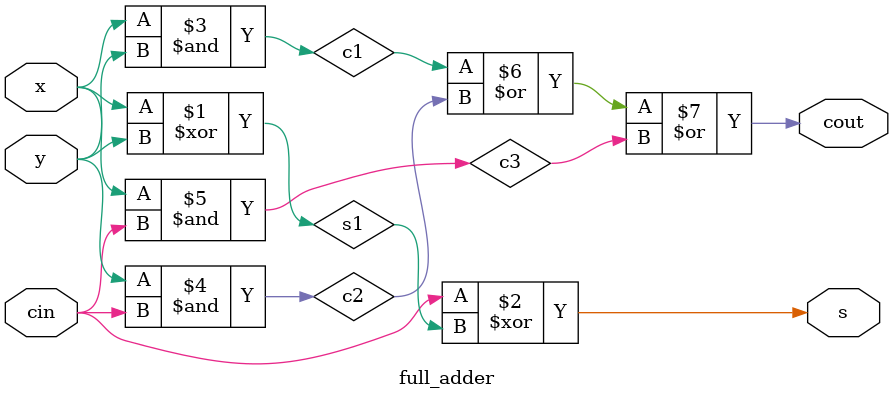
<source format=v>
module full_adder(x,y,cin,s,cout);
	input x,y,cin;
	output s,cout;
	wire s1,c1,c2,c3;
	xor(s1,x,y);
	xor(s,cin,s1);
	and(c1,x,y);
	and(c2,y,cin);
	and(c3,x,cin);
	or(cout,c1,c2,c3);
endmodule

</source>
